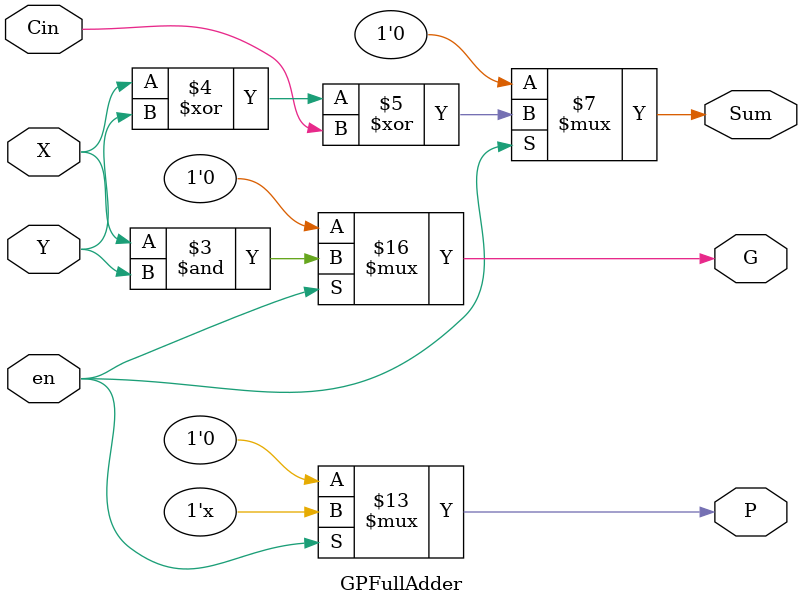
<source format=sv>
module recovery(A, B, Ci,en, S, Co, PG1, GG1);

input [15:0] A;
input [15:0] B;
input Ci;
input en;
output [15:0] S;
output Co;
output PG1;
output GG1;

wire [3:0] GG;
wire [3:0] PG;
wire [3:1] C;
wire Ci;

CLALogic CarryLogic_2 (PG[3:0], GG[3:0],Ci, en, C[3:1], Co, PG1, GG1);

// 4bit    A     B       Ci     S   PG        GG    Co
CLA4 u0 (A[3:0], B[3:0], en,Ci, S[3:0],PG[0], GG[0]);
CLA4 u1 (A[7:4], B[7:4], en,C[1],  S[7:4], PG[1], GG[1]);
CLA4 u2 (A[11:8], B[11:8], en,C[2], S[11:8], PG[2], GG[2]);
CLA4 u3 (A[15:12], B[15:12], en,C[3], S[15:12], PG[3], GG[3]);

endmodule

module CLA4(A, B,en, Ci, S, P, G);
   input [3:0] A;
   input [3:0] B;
   input en;
   input Ci;
   output [3:0] S;
   //output Co;
   output  P;
   output  G;
   wire Ci;
   wire [3:0] G;
   wire [3:0] P;
   wire [3:1] C;

   CLALogic CarryLogic (G, P, Ci,en, C, Co, PG, GG);
   GPFullAdder FA0 (A[0], B[0],en, Ci, G[0], P[0], S[0]);
   GPFullAdder FA1 (A[1], B[1],en ,C[1], G[1], P[1], S[1]);
   GPFullAdder FA2 (A[2], B[2], en,C[2], G[2], P[2], S[2]);
   GPFullAdder FA3 (A[3], B[3], en,C[3], G[3], P[3], S[3]);

endmodule

module CLALogic (G, P, Ci,en, C, Co, PG, GG);
   input [3:0] G;
   input [3:0] P;
   input Ci;
   input en;
   output reg [3:1] C;
   output reg Co;
   output reg PG;
   output reg GG;

   reg GG_int;
   reg PG_int;
always_comb 
if (en==1)begin 
    C[1] = G[0] | (P[0] & Ci);
    C[2] = G[1] | (P[1] & G[0])| (P[1] & P[0] & Ci);
    C[3] = G[2] | (P[2] & G[1]) | (P[2] & P[1] & G[0])| (P[2] & P[1] & P[0] & Ci);


    PG_int = P[3] & P[2] & P[1] & P[0];
    GG_int = G[3] | (P[3] & G[2]) | (P[3] & P[2] & G[1]) | (P[3] & P[2] & P[1] & G[0]);
    Co = GG_int | (PG_int & Ci);
    PG = PG_int;
    GG = GG_int;
end 
else begin 
 C[1] = 0;
   C[2] = 0;
   C[3] = 0;
   PG_int = 0;
   GG_int =0;
   Co = 0;
   PG = 0;
   GG = 0;
  end 
   endmodule

   module GPFullAdder(X, Y,en, Cin, G, P, Sum);
      input X;
      input Y;
      input en;
      input Cin;
      output reg G;
      output reg P;
      output reg Sum;

      reg P_int;
      always_comb
      if (en==1) begin 
       G = X & Y;
       P = P_int;
      P_int = X ^ Y;
      Sum = P_int ^ Cin;
        end
        else begin 
           G = 0;
             P = 0;
             P_int = 0;
            Sum =0;
        end 
  endmodule

</source>
